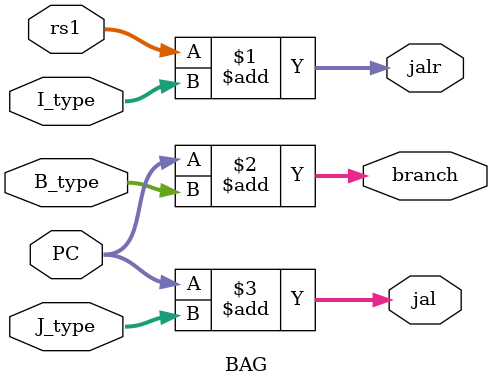
<source format=sv>
`timescale 1ns / 1ps


module BAG(
    input [31:0] rs1,
    input [31:0] I_type, 
    input [31:0] J_type, 
    input [31:0] B_type, 
    input [31:0] PC,
    output logic [31:0] jalr, 
    output logic [31:0] branch, 
    output logic [31:0] jal
    );
    
    assign jalr = rs1 + I_type;
    assign branch = PC + B_type;
    assign jal = PC + J_type;
    
endmodule

</source>
